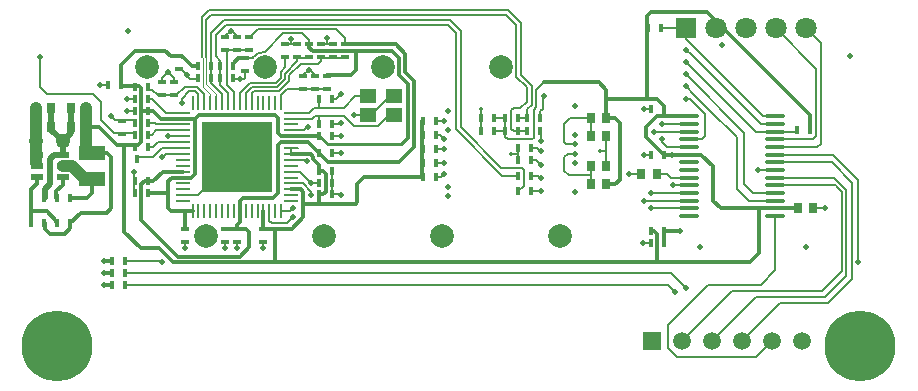
<source format=gbl>
G04*
G04 #@! TF.GenerationSoftware,Altium Limited,Altium Designer,22.8.2 (66)*
G04*
G04 Layer_Physical_Order=4*
G04 Layer_Color=16711680*
%FSLAX44Y44*%
%MOMM*%
G71*
G04*
G04 #@! TF.SameCoordinates,69D5640E-4D3D-4872-97FD-B36DD4CC5FE0*
G04*
G04*
G04 #@! TF.FilePolarity,Positive*
G04*
G01*
G75*
%ADD10C,0.2500*%
%ADD11C,0.2000*%
%ADD12C,0.3000*%
%ADD35C,1.0000*%
%ADD36C,2.0000*%
%ADD37C,1.5000*%
%ADD38R,1.8000X1.8000*%
%ADD39C,1.8000*%
%ADD40R,1.5000X1.5000*%
%ADD41C,6.0000*%
%ADD42C,0.3500*%
%ADD43C,0.5000*%
%ADD44C,1.2700*%
%ADD55R,0.4000X0.8000*%
%ADD56R,0.8000X0.4000*%
%ADD57R,2.2200X1.2300*%
%ADD58R,0.7000X0.9500*%
%ADD59O,1.6500X0.4000*%
%ADD60O,0.2500X1.3000*%
%ADD61O,1.3000X0.2500*%
%ADD62R,6.0000X6.0000*%
%ADD63R,1.4000X1.2000*%
%ADD64R,1.0000X0.5500*%
%ADD65C,0.1000*%
%ADD66C,0.5000*%
D10*
X943936Y884682D02*
X1006602D01*
X937840Y890778D02*
X943936Y884682D01*
D11*
X890580Y962990D02*
G03*
X880552Y958263I0J-13000D01*
G01*
X1105320Y876721D02*
Y881888D01*
Y871554D02*
Y876721D01*
X1099312Y876808D02*
X1099399Y876721D01*
X1105320D01*
X1073746Y907288D02*
Y914488D01*
Y895858D02*
Y907288D01*
X913050Y871540D02*
X925002D01*
X926084Y870458D01*
X890580Y962990D02*
X906284Y978694D01*
X880552Y958263D02*
X880552Y958263D01*
X880289Y958000D02*
X880552Y958263D01*
X780288Y861060D02*
X780380Y860968D01*
Y853440D02*
Y860968D01*
Y843280D02*
Y853190D01*
X780630Y853440D01*
X1145990Y884740D02*
X1153610D01*
X1124116Y895858D02*
X1124204Y895770D01*
Y887476D02*
Y895770D01*
X1124116Y907288D02*
Y912788D01*
X1126236Y914908D01*
Y924306D01*
X1127252Y925322D01*
X1084746Y895858D02*
X1094066D01*
X1084746Y907288D02*
X1094066D01*
Y895858D02*
Y907288D01*
Y891198D02*
Y895858D01*
Y891198D02*
X1096264Y889000D01*
X1117346D01*
X1118362Y890016D01*
Y913638D01*
X1120648Y915924D01*
Y930656D01*
X1127252Y937260D01*
X1105066Y895858D02*
X1113116D01*
X1101598D02*
X1105066D01*
X1099566Y897890D02*
X1101598Y895858D01*
X1099566Y897890D02*
Y913384D01*
X1101344Y915162D01*
X1106932D01*
X1112520Y920750D01*
Y932831D01*
X1105066Y907288D02*
X1113116D01*
Y914234D01*
X1116550Y917668D01*
X1121025Y881888D02*
X1124204Y878709D01*
X1116320Y881888D02*
X1121025D01*
X1116550Y917668D02*
Y934500D01*
X1116320Y844790D02*
X1124204D01*
X1122129Y858172D02*
X1124204Y856096D01*
X1116320Y858172D02*
X1122129D01*
X1120053Y871554D02*
X1124204Y867403D01*
X1116320Y871554D02*
X1120053D01*
X1105320Y844790D02*
X1110234Y849704D01*
Y862838D01*
X1108202Y864870D02*
X1110234Y862838D01*
X1090930Y864870D02*
X1108202D01*
X1056640Y899160D02*
X1090930Y864870D01*
X1091929Y858172D02*
X1105320D01*
X1052830Y897271D02*
X1091929Y858172D01*
X845220Y936590D02*
Y941070D01*
Y936590D02*
Y979189D01*
X927954Y947674D02*
X928370D01*
X928786D01*
X933450Y943010D01*
X923290D02*
X927954Y947674D01*
X911288Y943038D02*
X921101Y952851D01*
X936087D02*
X938530Y955294D01*
X921101Y952851D02*
X936087D01*
X938530Y955294D02*
Y957970D01*
X943610Y969220D02*
X948690D01*
X938530D02*
X943610D01*
Y974852D01*
X913130Y969220D02*
X918210D01*
X908050D02*
X913130D01*
Y973582D01*
X906284Y978694D02*
X922396D01*
X928370Y972720D01*
X951392Y982218D02*
X958850Y974760D01*
X885008Y982218D02*
X951392D01*
X878820Y976030D02*
X885008Y982218D01*
X861914Y980694D02*
X862330D01*
X857250Y976030D02*
X861914Y980694D01*
X862330D02*
X862746D01*
X867410Y976030D01*
X1047861Y989838D02*
X1056640Y981059D01*
X855869Y989838D02*
X1047861D01*
X849250Y977520D02*
X857538Y985808D01*
X845220Y979189D02*
X855869Y989838D01*
X857538Y985808D02*
X1046192D01*
X1052830Y979170D01*
X869858Y940400D02*
X869950Y940308D01*
X872998D01*
X873760Y941070D01*
X864270Y940400D02*
X869858D01*
X827750D02*
X833050D01*
X824926Y943224D02*
X827750Y940400D01*
X803910Y937930D02*
Y940562D01*
X808990Y945642D01*
X814070Y940562D01*
Y937930D02*
Y940562D01*
X764124Y904910D02*
X769620D01*
X760222Y908812D02*
X764124Y904910D01*
X769620Y904660D02*
X769870Y904910D01*
X779780D01*
X778856Y912876D02*
X780380Y914400D01*
X774446Y912876D02*
X778856D01*
X774446Y923036D02*
X778856D01*
X780380Y924560D01*
X751332Y934720D02*
X757520D01*
X954830Y842220D02*
X955040Y842010D01*
X947840Y842220D02*
X954830D01*
X947840Y852170D02*
Y862330D01*
Y842220D02*
Y852170D01*
X837438Y958596D02*
Y992124D01*
X843534Y998220D01*
X845203Y994190D02*
X1094960D01*
X841248Y990235D02*
X845203Y994190D01*
X841248Y958596D02*
Y990235D01*
X843534Y998220D02*
X1096629D01*
X873760Y941070D02*
Y947000D01*
Y958000D02*
X880289D01*
X928370Y969470D02*
Y972720D01*
X819880Y948270D02*
X824926Y943224D01*
X817880Y948270D02*
X819880D01*
X948090Y891540D02*
X955040D01*
X948090Y877570D02*
X955040D01*
X920270Y861540D02*
X929640Y852170D01*
X913050Y861540D02*
X920270D01*
X929640Y852170D02*
X936840D01*
X795020Y923290D02*
X806770Y911540D01*
X791630Y923290D02*
X795020D01*
X797560Y902970D02*
X798990Y901540D01*
X791630Y902970D02*
X797560D01*
X798990Y901540D02*
X821050D01*
X791630Y892810D02*
X795020D01*
X798850Y896640D01*
X791630Y882650D02*
X796290D01*
X800041Y886401D01*
X806770Y911540D02*
X821050D01*
X795516Y931084D02*
X800170Y926430D01*
X792630Y931084D02*
X795516D01*
X791630Y932084D02*
X792630Y931084D01*
X791630Y932084D02*
Y933450D01*
X800170Y926430D02*
X803910D01*
X791630Y882920D02*
X792630Y883920D01*
X791630Y882650D02*
Y882920D01*
X800041Y886401D02*
X820911D01*
X853020Y951230D02*
Y955460D01*
X849250Y959230D02*
Y977520D01*
Y959230D02*
X853020Y955460D01*
X1094960Y994190D02*
X1103630Y985520D01*
X1096629Y998220D02*
X1107660Y987189D01*
X783740Y873760D02*
X796290D01*
X782740Y872760D02*
X783740Y873760D01*
X782740Y872490D02*
Y872760D01*
X804070Y881540D02*
X821050D01*
X796290Y873760D02*
X804070Y881540D01*
X957830Y909070D02*
X966330Y900570D01*
X936523Y909070D02*
X957830D01*
X936240D02*
X936840Y908470D01*
Y901700D02*
Y908470D01*
X930670Y906540D02*
X933200Y909070D01*
X936240D01*
X954405Y901700D02*
X955040Y902335D01*
X948090Y901700D02*
X954405D01*
X986943Y900570D02*
X995693Y909320D01*
X966330Y900570D02*
X986943D01*
X913050Y906540D02*
X930670D01*
X913050Y911540D02*
X928050D01*
X932180Y915670D02*
X936590D01*
X928050Y911540D02*
X932180Y915670D01*
X936590D02*
X957580D01*
X967230Y925320D01*
X936590Y915670D02*
Y923040D01*
X936840Y923290D01*
X951230D02*
X955040Y927100D01*
X948090Y923290D02*
X951230D01*
X1144270Y886460D02*
Y901700D01*
X1149350Y906780D02*
X1166980D01*
X1144270Y901700D02*
X1149350Y906780D01*
X1144270Y886460D02*
X1145990Y884740D01*
X1166980Y858520D02*
Y866140D01*
Y850900D02*
Y858520D01*
X1147031Y876808D02*
X1153414D01*
X1144270Y874047D02*
X1147031Y876808D01*
X1144270Y862330D02*
Y874047D01*
Y862330D02*
X1148080Y858520D01*
X1166980D01*
Y850900D02*
X1166980Y850900D01*
X1056640Y899160D02*
Y981059D01*
X1052830Y897271D02*
Y979170D01*
X995693Y909320D02*
X999900D01*
X1373976Y849890D02*
X1375586Y848280D01*
X1322760Y849890D02*
X1373976D01*
X1375586Y848280D02*
X1379220Y844646D01*
Y777240D02*
Y844646D01*
X1362710Y760730D02*
X1379220Y777240D01*
X1348740Y982980D02*
X1361440Y970280D01*
Y885190D02*
Y970280D01*
X1358640Y882390D02*
X1361440Y885190D01*
X1323340Y982980D02*
X1357630Y948690D01*
Y891540D02*
Y948690D01*
X1354980Y888890D02*
X1357630Y891540D01*
X1179980Y878840D02*
Y891540D01*
Y866140D02*
Y878840D01*
X1174750D02*
X1179980D01*
X1388110Y770890D02*
Y852170D01*
X1355240Y830580D02*
X1365250D01*
X1286520Y760730D02*
X1362710D01*
X1383030Y773430D02*
Y845820D01*
X1365250Y755650D02*
X1383030Y773430D01*
X1372460Y856390D02*
X1383030Y845820D01*
X1367790Y750570D02*
X1388110Y770890D01*
X1370890Y869390D02*
X1388110Y852170D01*
X1393190Y784860D02*
Y854710D01*
X1372010Y875890D02*
X1393190Y854710D01*
X1166980Y891540D02*
X1166980Y891540D01*
Y906780D01*
X1198880Y859536D02*
X1209398D01*
X1234284Y856390D02*
X1250260D01*
X1231138Y859536D02*
X1234284Y856390D01*
X1222398Y859536D02*
X1231138D01*
X798850Y896640D02*
X820950D01*
X1220470Y895096D02*
X1220764Y895390D01*
X1228130D01*
X1261034Y912698D02*
X1263650Y910082D01*
Y891540D02*
Y910082D01*
X1247140Y923290D02*
X1250442D01*
X1261034Y912698D01*
X1254030Y926814D02*
X1267174Y913670D01*
X1290320Y890524D01*
X1247140Y933704D02*
X1254030Y926814D01*
X1290320Y847090D02*
Y890524D01*
X1247140Y944118D02*
X1296670Y894588D01*
Y850900D02*
Y894588D01*
X1306282Y895390D02*
X1322760D01*
X1247140Y954532D02*
X1306282Y895390D01*
X1246886Y964946D02*
X1247394D01*
X1252220Y960120D01*
X1234694Y775970D02*
X1247648Y763016D01*
X772830Y775970D02*
X1234694D01*
X1231900Y765810D02*
X1238250Y759460D01*
X772830Y765810D02*
X1231900D01*
X1212088Y836930D02*
X1250220D01*
X924226Y896540D02*
X927354Y899668D01*
X913050Y896540D02*
X924226D01*
X929640Y842010D02*
Y844634D01*
X922734Y851540D02*
X929640Y844634D01*
X913050Y851540D02*
X922734D01*
X1322760Y869390D02*
X1370890D01*
X1231900Y731520D02*
X1266190Y765810D01*
X1310640D01*
X1322760Y777930D01*
Y823890D01*
X1243970Y718180D02*
X1286520Y760730D01*
X1269370Y718180D02*
X1306840Y755650D01*
X1365250D01*
X1231900Y712470D02*
Y731520D01*
X1322760Y856390D02*
X1372460D01*
X1322760Y875890D02*
X1372010D01*
X1312840Y908390D02*
X1322760D01*
X1247140Y974090D02*
Y982980D01*
Y974090D02*
X1312840Y908390D01*
X1322760Y888890D02*
X1354980D01*
X1322760Y882390D02*
X1358640D01*
X1319234Y742644D02*
X1327160Y750570D01*
X1367790D01*
X802640Y786130D02*
X803910Y784860D01*
X772830Y786130D02*
X802640D01*
X1239520Y704850D02*
X1306840D01*
X1320170Y718180D01*
X1231900Y712470D02*
X1239520Y704850D01*
X958850Y969470D02*
Y974760D01*
X867410Y964530D02*
X877570D01*
X858520Y964550D02*
X867410D01*
X857250Y964530D02*
X858020D01*
X858520Y934720D02*
Y964030D01*
X858020Y964530D02*
X858520Y964030D01*
Y934720D02*
X864550Y928690D01*
Y920040D02*
Y928690D01*
X1252220Y960120D02*
X1310450Y901890D01*
X1322760D01*
X1103630Y941721D02*
Y985520D01*
X1107660Y943390D02*
Y987189D01*
Y943390D02*
X1116550Y934500D01*
X1103630Y941721D02*
X1112520Y932831D01*
X1226820Y886460D02*
Y889000D01*
Y886460D02*
X1230890Y882390D01*
X833050Y940400D02*
X833720Y941070D01*
X867100Y796710D02*
Y801790D01*
X856940Y796710D02*
Y801790D01*
X889550Y796710D02*
Y801790D01*
X996900Y925320D02*
X999900D01*
X980900Y909320D02*
X996900Y925320D01*
X977900Y909320D02*
X980900D01*
X966470D02*
X977900D01*
X1308660Y862890D02*
X1322760D01*
X806690Y876540D02*
X821050D01*
X803910Y873760D02*
X806690Y876540D01*
X856050Y863040D02*
X867050Y874040D01*
X845050Y852040D02*
X856050Y863040D01*
X834550Y841540D02*
X845050Y852040D01*
X821050Y841540D02*
X834550D01*
X822960Y796890D02*
Y801970D01*
X1226820Y901890D02*
X1250260D01*
X1226630D02*
X1226820D01*
X1235970Y849890D02*
X1250260D01*
X1339820Y895390D02*
X1341050Y896620D01*
X1322760Y895390D02*
X1339820D01*
X1261000Y888890D02*
X1263650Y891540D01*
X1250260Y888890D02*
X1261000D01*
X1230890Y882390D02*
X1250260D01*
X1228090Y895350D02*
X1228130Y895390D01*
X1228090D02*
X1250220D01*
Y895350D02*
X1250260Y895390D01*
X1304180Y843390D02*
X1322760D01*
X1296670Y850900D02*
X1304180Y843390D01*
X1300520Y836890D02*
X1322760D01*
X1290320Y847090D02*
X1300520Y836890D01*
X1212180Y914400D02*
X1217260D01*
X1212180Y875890D02*
X1217260D01*
X1218040Y843390D02*
X1250260D01*
X1217930Y830580D02*
X1218120Y830390D01*
X1250260D01*
X1250220Y836930D02*
X1250260Y836890D01*
X820420Y919480D02*
Y923290D01*
X826770Y929640D01*
X831850D01*
X834550Y926940D01*
Y920040D02*
Y926940D01*
X1210570Y801110D02*
X1217260D01*
X808990Y891540D02*
X821050D01*
X911860Y828040D02*
X914400Y830580D01*
X904550Y828040D02*
X911860D01*
X909320Y817880D02*
X914400Y822960D01*
X896620Y817880D02*
X909320D01*
X894550Y819950D02*
X896620Y817880D01*
X894550Y819950D02*
Y828040D01*
X1314756Y738166D02*
X1319234Y742644D01*
X1294770Y718180D02*
X1314756Y738166D01*
X1226220Y982980D02*
X1247140D01*
X700182Y933038D02*
X706120Y927100D01*
X700182Y933038D02*
Y958850D01*
X745490Y927100D02*
X751840Y920750D01*
X706120Y927100D02*
X745490D01*
X763270Y894080D02*
X780380D01*
X751840Y905510D02*
Y920750D01*
Y905510D02*
X763270Y894080D01*
X918210Y954944D02*
Y957970D01*
X907764Y944498D02*
X918210Y954944D01*
X907764Y939610D02*
Y944498D01*
X901318Y933164D02*
X907764Y939610D01*
X879824Y933164D02*
X901318D01*
X874550Y927890D02*
X879824Y933164D01*
X874550Y920040D02*
Y927890D01*
X908050Y949767D02*
Y957970D01*
X904240Y945957D02*
X908050Y949767D01*
X904240Y941070D02*
Y945957D01*
X899858Y936688D02*
X904240Y941070D01*
X878268Y936688D02*
X899858D01*
X869646Y928066D02*
X878268Y936688D01*
X869646Y920136D02*
Y928066D01*
X869550Y920040D02*
X869646Y920136D01*
X911288Y938151D02*
Y943038D01*
X902777Y929640D02*
X911288Y938151D01*
X881380Y929640D02*
X902777D01*
X879550Y927810D02*
X881380Y929640D01*
X879550Y920040D02*
Y927810D01*
X923290Y931510D02*
X943610D01*
X909920D02*
X923290D01*
X904550Y926140D02*
X909920Y931510D01*
X904550Y920040D02*
Y926140D01*
X913050Y881540D02*
X919210D01*
X814070Y926430D02*
X815940D01*
X822960Y933450D01*
X833120D01*
X839550Y927020D01*
Y920040D02*
Y927020D01*
X803910Y926430D02*
X814070D01*
X1035720Y856740D02*
X1039620D01*
X1042160Y859280D01*
X913050Y876540D02*
Y881540D01*
X967230Y925320D02*
X977900D01*
X948690Y957970D02*
X958850D01*
X938530D02*
X948690D01*
X918210D02*
X928370D01*
X1035720Y904740D02*
X1042160D01*
X1038930Y892740D02*
X1042160Y889510D01*
X1035720Y892740D02*
X1038930D01*
X1035720Y880740D02*
X1042160D01*
X1035720Y868740D02*
X1042160D01*
X854550Y920040D02*
Y927260D01*
X845220Y936590D02*
X854550Y927260D01*
X859550Y920040D02*
Y927959D01*
X852480Y940780D02*
X852770Y941070D01*
X852480Y935030D02*
X859550Y927959D01*
X852770Y941070D02*
Y951230D01*
X852480Y935030D02*
Y940780D01*
D12*
X931816Y871885D02*
Y873011D01*
X936840Y862330D02*
Y866861D01*
X931816Y871885D02*
X936840Y866861D01*
X931816Y873011D02*
Y874378D01*
X929654Y876540D02*
X931816Y874378D01*
X913050Y876540D02*
X929654D01*
X1214720Y923125D02*
Y993740D01*
X1228760Y908390D02*
Y917540D01*
X1352550Y896620D02*
Y909320D01*
X943610Y943010D02*
X963330D01*
X1213612Y891038D02*
X1228760Y875890D01*
X1024220Y880740D02*
Y904740D01*
Y868740D02*
Y880740D01*
Y856740D02*
Y868740D01*
X769020Y934335D02*
Y951900D01*
X780630Y883920D02*
X783380D01*
X889550Y813290D02*
X899160D01*
X725840Y813470D02*
Y817880D01*
X704250Y813400D02*
Y817880D01*
X927620Y886540D02*
X936590Y877570D01*
X913050Y886540D02*
X927620D01*
X1127252Y937260D02*
X1173480D01*
X1179980Y930760D01*
Y923125D02*
Y930760D01*
Y906780D02*
Y923125D01*
X1214720D01*
X1006602Y884682D02*
X1012190Y890270D01*
X811110Y959270D02*
X817880D01*
X781050Y963930D02*
X806450D01*
X811110Y959270D01*
X769020Y951900D02*
X781050Y963930D01*
X829310Y951230D02*
X833720D01*
X821690Y958850D02*
X829310Y951230D01*
X817880Y959270D02*
X820000D01*
X820420Y958850D02*
X821690D01*
X820000Y959270D02*
X820420Y958850D01*
X873260Y957500D02*
X873760Y958000D01*
X868290Y957500D02*
X873260D01*
X864270Y953480D02*
X868290Y957500D01*
X936804Y834390D02*
Y842184D01*
Y834390D02*
X967740D01*
X923290D02*
X936804D01*
X967740D02*
X969010Y835660D01*
Y850900D01*
X974850Y856740D01*
X942340Y844550D02*
Y859790D01*
X936840Y842220D02*
X940010D01*
X942340Y844550D01*
X923290Y822775D02*
Y834390D01*
X939800Y862330D02*
X942340Y859790D01*
X936840Y862330D02*
X939800D01*
X1004570Y869950D02*
X1017270Y882650D01*
X936590Y877570D02*
X944210Y869950D01*
X1004570D01*
X791630Y913130D02*
X796290D01*
X802880Y906540D01*
X786130Y913130D02*
Y931970D01*
Y913130D02*
X791630D01*
X786130Y886670D02*
Y913130D01*
X783829Y934270D02*
X786130Y931970D01*
X781079Y934270D02*
X783829D01*
X780630Y934720D02*
X781079Y934270D01*
X768770Y934585D02*
Y934720D01*
Y934585D02*
X769020Y934335D01*
X780630Y933450D02*
Y933585D01*
X780130Y934085D02*
X780630Y933585D01*
X769270Y934085D02*
X780130D01*
X769020Y934335D02*
X769270Y934085D01*
X783380Y883920D02*
X786130Y886670D01*
X771320Y883920D02*
X780130D01*
X780630Y883420D01*
Y882650D02*
Y883420D01*
X725840Y817880D02*
X734730Y826770D01*
X756920D01*
X692750Y818130D02*
Y839470D01*
Y828040D02*
X706430D01*
X714340Y820130D01*
X693000Y846670D02*
X697670Y851340D01*
X693000Y839470D02*
Y846670D01*
X692750Y818130D02*
X693000Y817880D01*
X721360Y808990D02*
X725840Y813470D01*
X708660Y808990D02*
X721360D01*
X704250Y813400D02*
X708660Y808990D01*
X714340Y819130D02*
Y820130D01*
X771740Y872490D02*
Y883500D01*
X765810Y883920D02*
X771320D01*
X771740Y883500D01*
X750570Y899160D02*
X765810Y883920D01*
X739290Y899160D02*
X750570D01*
X771740Y810680D02*
X785813Y796608D01*
X771740Y810680D02*
Y872490D01*
X785813Y796608D02*
X801052D01*
X1217510Y811530D02*
X1220260D01*
X928370Y969220D02*
Y969470D01*
Y966470D02*
Y969220D01*
X801052Y796608D02*
X812800Y784860D01*
X899160D01*
X967740Y963720D02*
X998430D01*
X1004570Y957580D01*
Y943610D02*
Y957580D01*
Y943610D02*
X1012190Y935990D01*
Y890270D02*
Y935990D01*
X913050Y891540D02*
X936840D01*
X1272540Y982980D02*
X1278890D01*
X1352550Y909320D01*
X1339483Y830580D02*
X1342240D01*
X1339293Y830390D02*
X1339483Y830580D01*
X1322760Y830390D02*
X1339293D01*
X1179980Y850900D02*
X1187450D01*
X1191260Y854710D01*
Y902970D01*
X1187450Y906780D02*
X1191260Y902970D01*
X1179980Y906780D02*
X1187450D01*
X1213612Y891038D02*
Y899252D01*
X1222750Y908390D01*
X816864Y789686D02*
X869696D01*
X877570Y797560D01*
X786130Y820420D02*
X816864Y789686D01*
X1260250Y875890D02*
X1270000Y866140D01*
Y836930D02*
X1276540Y830390D01*
X1270000Y836930D02*
Y866140D01*
X1276540Y830390D02*
X1309370D01*
X1214720Y923125D02*
X1223175D01*
X1228760Y917540D01*
X1001570Y969470D02*
X1009650Y961390D01*
Y946150D02*
Y961390D01*
Y946150D02*
X1017270Y938530D01*
X958850Y969470D02*
X1001570D01*
X786130Y820420D02*
Y850690D01*
X1222750Y908390D02*
X1228760D01*
X1250260D01*
X1228760Y875890D02*
X1235710D01*
X754380Y765810D02*
X761330D01*
X754380Y775970D02*
X761330D01*
X754380Y786130D02*
X761330D01*
X877570Y797560D02*
Y810260D01*
X899160Y784860D02*
Y813290D01*
X1223010Y784860D02*
Y808780D01*
X899160Y784860D02*
X1223010D01*
X1301750D01*
X1309370Y792480D01*
X923290Y834390D02*
Y844623D01*
X913805Y813290D02*
X923290Y822775D01*
X921373Y846540D02*
X923290Y844623D01*
X913050Y846540D02*
X921373D01*
X1250260Y875890D02*
X1260250D01*
X1220260Y811530D02*
X1223010Y808780D01*
X1272540Y982980D02*
Y989330D01*
X1264920Y996950D02*
X1272540Y989330D01*
X1217930Y996950D02*
X1264920D01*
X1214720Y993740D02*
X1217930Y996950D01*
X1309370Y830390D02*
X1322760D01*
X1309370Y792480D02*
Y830390D01*
X1228760Y811530D02*
X1242060D01*
X1228760Y801110D02*
Y811530D01*
X1235710Y875890D02*
X1250260D01*
X744220Y876990D02*
X757500D01*
X760730Y873760D01*
Y830580D02*
Y873760D01*
X756920Y826770D02*
X760730Y830580D01*
X697670Y851340D02*
Y856640D01*
X744220Y843280D02*
Y855290D01*
X740410Y839470D02*
X744220Y843280D01*
X725840Y839470D02*
X740410D01*
X714340D02*
Y845150D01*
X719650Y850460D01*
Y856640D01*
X899160Y813290D02*
X913805D01*
X974850Y856740D02*
X1024220D01*
X889550Y813290D02*
Y828040D01*
X791880Y843280D02*
X808990D01*
Y853440D01*
Y830580D02*
Y843280D01*
X786130Y850690D02*
X788880Y853440D01*
X791880D01*
X796290D02*
X804390Y861540D01*
X874540Y813290D02*
X877570Y810260D01*
X867100Y813290D02*
X874540D01*
X928370Y966470D02*
X931120Y963720D01*
X967740D01*
X1017270Y882650D02*
Y938530D01*
X967740Y947420D02*
Y963720D01*
X963330Y943010D02*
X967740Y947420D01*
X901700Y843280D02*
Y883920D01*
X897890Y839470D02*
X901700Y843280D01*
X872490Y839470D02*
X897890D01*
X869550Y836530D02*
X872490Y839470D01*
X869550Y828040D02*
Y836530D01*
X822050Y828040D02*
X829550D01*
X811530D02*
X822050D01*
X822960Y827130D01*
Y813470D02*
Y827130D01*
X808990Y830580D02*
X811530Y828040D01*
X808990Y853440D02*
X812090Y856540D01*
X821050D01*
X831850Y859790D02*
Y906540D01*
X828600Y856540D02*
X831850Y859790D01*
X821050Y856540D02*
X828600D01*
X901700Y883920D02*
X904320Y886540D01*
X904240Y891540D02*
X913050D01*
X901700Y894080D02*
X904240Y891540D01*
X901700Y894080D02*
Y906780D01*
X899160Y909320D02*
X901700Y906780D01*
X834630Y909320D02*
X899160D01*
X831850Y906540D02*
X834630Y909320D01*
X821050Y906540D02*
X831850D01*
X869550Y818990D02*
Y828040D01*
X867100Y816540D02*
X869550Y818990D01*
X867100Y813290D02*
Y816540D01*
X802880Y906540D02*
X821050D01*
X804390Y861540D02*
X821050D01*
X791880Y853440D02*
X796290D01*
X856940Y813290D02*
X867100D01*
X904320Y886540D02*
X913050D01*
D35*
X739290Y899160D02*
Y915670D01*
X739290Y915670D02*
X739290Y915670D01*
X739290Y899160D02*
X739290Y899160D01*
X739290Y881920D02*
Y899160D01*
Y881920D02*
X744220Y876990D01*
X697080Y868680D02*
Y915670D01*
X738560Y855290D02*
X744220D01*
X727710Y866140D02*
X738560Y855290D01*
X719650Y866140D02*
X727710D01*
D36*
X790580Y949990D02*
D03*
X890580D02*
D03*
X990580D02*
D03*
X1090580D02*
D03*
X1040580Y807490D02*
D03*
X1140580D02*
D03*
X940580D02*
D03*
X840580D02*
D03*
D37*
X1243970Y718180D02*
D03*
X1269370D02*
D03*
X1294770D02*
D03*
X1320170D02*
D03*
X1345570D02*
D03*
D38*
X1247140Y982980D02*
D03*
D39*
X1323340D02*
D03*
X1348740D02*
D03*
X1297940D02*
D03*
X1272540D02*
D03*
D40*
X1218570Y718180D02*
D03*
D41*
X1395010Y713740D02*
D03*
X715010D02*
D03*
D42*
X1073746Y914488D02*
D03*
X1099312Y876808D02*
D03*
X1174750Y878840D02*
D03*
D43*
X926084Y870458D02*
D03*
X780288Y861060D02*
D03*
X1153610Y884740D02*
D03*
X1153414Y876808D02*
D03*
X1127252Y925322D02*
D03*
X1124204Y887476D02*
D03*
Y856096D02*
D03*
X928370Y947674D02*
D03*
X943610Y974852D02*
D03*
X913130Y973582D02*
D03*
X862330Y980694D02*
D03*
X869950Y940308D02*
D03*
X824926Y943224D02*
D03*
X808990Y945642D02*
D03*
X760222Y908812D02*
D03*
X774446Y912876D02*
D03*
Y923036D02*
D03*
X751332Y934720D02*
D03*
X955040Y891540D02*
D03*
Y877570D02*
D03*
Y902335D02*
D03*
Y927100D02*
D03*
X1365250Y830580D02*
D03*
X1198880Y859536D02*
D03*
X1220470Y895350D02*
D03*
X1247140Y964946D02*
D03*
X1247648Y763016D02*
D03*
X1238250Y759460D02*
D03*
X1212088Y836930D02*
D03*
X927354Y899668D02*
D03*
X1124204Y844790D02*
D03*
Y878709D02*
D03*
Y867403D02*
D03*
X1153610Y892740D02*
D03*
Y844740D02*
D03*
Y868740D02*
D03*
X1045550Y896740D02*
D03*
Y912740D02*
D03*
Y848740D02*
D03*
Y840740D02*
D03*
X1042160Y868740D02*
D03*
Y880740D02*
D03*
Y889510D02*
D03*
Y904740D02*
D03*
Y859280D02*
D03*
X700182Y958850D02*
D03*
X1235710Y875890D02*
D03*
X1242060Y811530D02*
D03*
X914400Y822960D02*
D03*
Y830580D02*
D03*
X808990Y891540D02*
D03*
X1210570Y801110D02*
D03*
X820420Y919480D02*
D03*
X929640Y852170D02*
D03*
Y842010D02*
D03*
X1217930Y830390D02*
D03*
X1218040Y843390D02*
D03*
X754380Y786130D02*
D03*
Y775970D02*
D03*
Y765810D02*
D03*
X1212180Y875890D02*
D03*
Y914400D02*
D03*
X1393190Y784860D02*
D03*
X1247140Y944118D02*
D03*
Y933704D02*
D03*
Y923290D02*
D03*
Y954532D02*
D03*
X1235970Y849890D02*
D03*
X1226820Y901890D02*
D03*
X1153610Y916740D02*
D03*
X822960Y796890D02*
D03*
X803910Y873760D02*
D03*
X774700Y980440D02*
D03*
X1308660Y862890D02*
D03*
X1349170Y797990D02*
D03*
X1259170D02*
D03*
X1386410Y959490D02*
D03*
X955040Y842010D02*
D03*
X966470Y909320D02*
D03*
X889550Y796710D02*
D03*
X856940D02*
D03*
X867100D02*
D03*
X1226820Y889000D02*
D03*
X1277620Y969010D02*
D03*
X803910Y784860D02*
D03*
X889050Y896040D02*
D03*
X878050D02*
D03*
X867050D02*
D03*
X856050D02*
D03*
X845050D02*
D03*
X889050Y885040D02*
D03*
X878050D02*
D03*
X867050D02*
D03*
X856050D02*
D03*
X845050D02*
D03*
X889050Y874040D02*
D03*
X878050D02*
D03*
X867050D02*
D03*
X856050D02*
D03*
X845050D02*
D03*
X889050Y863040D02*
D03*
X878050D02*
D03*
X867050D02*
D03*
X856050D02*
D03*
X845050D02*
D03*
X889050Y852040D02*
D03*
X878050D02*
D03*
X867050D02*
D03*
X856050D02*
D03*
X845050D02*
D03*
D44*
X697230Y887290D02*
D03*
X719650D02*
D03*
D55*
X704000Y817880D02*
D03*
X693000D02*
D03*
X714590D02*
D03*
X725590D02*
D03*
X693000Y839470D02*
D03*
X704000D02*
D03*
X947840Y852170D02*
D03*
X936840D02*
D03*
X761580Y775970D02*
D03*
X772580D02*
D03*
X791630Y892810D02*
D03*
X780630D02*
D03*
X761580Y765810D02*
D03*
X772580D02*
D03*
X761580Y786130D02*
D03*
X772580D02*
D03*
X1225970Y982980D02*
D03*
X1214970D02*
D03*
X791630Y923290D02*
D03*
X780630D02*
D03*
X791630Y902970D02*
D03*
X780630D02*
D03*
X782740Y872490D02*
D03*
X771740D02*
D03*
X791630Y882650D02*
D03*
X780630D02*
D03*
X833970Y941070D02*
D03*
X844970D02*
D03*
X864020D02*
D03*
X853020D02*
D03*
X1228510Y801110D02*
D03*
X1217510D02*
D03*
X1024470Y856740D02*
D03*
X1035470D02*
D03*
X1024470Y892740D02*
D03*
X1035470D02*
D03*
X1024470Y868740D02*
D03*
X1035470D02*
D03*
X1024470Y880740D02*
D03*
X1035470D02*
D03*
X844970Y951230D02*
D03*
X833970D02*
D03*
X853020D02*
D03*
X864020D02*
D03*
X1105066Y895858D02*
D03*
X1094066D02*
D03*
X1105066Y907288D02*
D03*
X1094066D02*
D03*
X1024470Y904740D02*
D03*
X1035470D02*
D03*
X1228510Y811530D02*
D03*
X1217510D02*
D03*
X1341300Y896620D02*
D03*
X1352300D02*
D03*
X791630Y933450D02*
D03*
X780630D02*
D03*
Y843280D02*
D03*
X791630D02*
D03*
Y913130D02*
D03*
X780630D02*
D03*
X1105320Y871554D02*
D03*
X1116320D02*
D03*
X1105320Y881888D02*
D03*
X1116320D02*
D03*
X1228510Y914400D02*
D03*
X1217510D02*
D03*
X725590Y839470D02*
D03*
X714590D02*
D03*
X947840Y877570D02*
D03*
X936840D02*
D03*
X780630Y853440D02*
D03*
X791630D02*
D03*
X1073746Y907288D02*
D03*
X1084746D02*
D03*
X1073746Y895858D02*
D03*
X1084746D02*
D03*
X757770Y934720D02*
D03*
X768770D02*
D03*
X936840Y901700D02*
D03*
X947840D02*
D03*
X936840Y923290D02*
D03*
X947840D02*
D03*
X936840Y842220D02*
D03*
X947840D02*
D03*
X1228510Y875890D02*
D03*
X1217510D02*
D03*
X1116320Y844790D02*
D03*
X1105320D02*
D03*
X1116320Y858172D02*
D03*
X1105320D02*
D03*
X936840Y891540D02*
D03*
X947840D02*
D03*
X936840Y862330D02*
D03*
X947840D02*
D03*
X1124116Y895858D02*
D03*
X1113116D02*
D03*
X1124116Y907288D02*
D03*
X1113116D02*
D03*
D56*
X908050Y958220D02*
D03*
Y969220D02*
D03*
X769620Y893660D02*
D03*
Y904660D02*
D03*
X928370Y969220D02*
D03*
Y958220D02*
D03*
X877570Y964780D02*
D03*
Y975780D02*
D03*
X958850Y958220D02*
D03*
Y969220D02*
D03*
X943610Y931760D02*
D03*
Y942760D02*
D03*
X822960Y802220D02*
D03*
Y813220D02*
D03*
X918210Y969220D02*
D03*
Y958220D02*
D03*
X938530Y969220D02*
D03*
Y958220D02*
D03*
X948690Y969220D02*
D03*
Y958220D02*
D03*
X857250Y975780D02*
D03*
Y964780D02*
D03*
X867410Y975780D02*
D03*
Y964780D02*
D03*
X856940Y802040D02*
D03*
Y813040D02*
D03*
X867100Y802040D02*
D03*
Y813040D02*
D03*
X923290Y942760D02*
D03*
Y931760D02*
D03*
X933450Y942760D02*
D03*
Y931760D02*
D03*
X803910Y937680D02*
D03*
Y926680D02*
D03*
X814070Y937680D02*
D03*
Y926680D02*
D03*
X889550Y802040D02*
D03*
Y813040D02*
D03*
X817880Y948270D02*
D03*
Y959270D02*
D03*
X873760Y947000D02*
D03*
Y958000D02*
D03*
D57*
X744220Y876990D02*
D03*
Y855290D02*
D03*
D58*
X726290Y915670D02*
D03*
X739290D02*
D03*
X726290Y899160D02*
D03*
X739290D02*
D03*
X1355240Y830580D02*
D03*
X1342240D02*
D03*
X1179980Y866140D02*
D03*
X1166980D02*
D03*
X1179980Y891540D02*
D03*
X1166980D02*
D03*
X1222398Y859536D02*
D03*
X1209398D02*
D03*
X697080Y915670D02*
D03*
X710080D02*
D03*
X710080Y899160D02*
D03*
X697080D02*
D03*
X1179980Y906780D02*
D03*
X1166980D02*
D03*
X1179980Y850900D02*
D03*
X1166980D02*
D03*
D59*
X1322760Y875890D02*
D03*
Y862890D02*
D03*
Y830390D02*
D03*
X1250260Y908390D02*
D03*
Y901890D02*
D03*
Y875890D02*
D03*
Y869390D02*
D03*
Y862890D02*
D03*
Y856390D02*
D03*
Y849890D02*
D03*
Y823890D02*
D03*
X1322760Y882390D02*
D03*
Y888890D02*
D03*
Y908390D02*
D03*
Y823890D02*
D03*
Y869390D02*
D03*
Y856390D02*
D03*
Y849890D02*
D03*
Y895390D02*
D03*
X1250260Y888890D02*
D03*
X1322760Y836890D02*
D03*
Y843390D02*
D03*
X1250260D02*
D03*
X1322760Y901890D02*
D03*
X1250260Y895390D02*
D03*
Y836890D02*
D03*
Y882390D02*
D03*
Y830390D02*
D03*
D60*
X844550Y920040D02*
D03*
X849550D02*
D03*
X889550Y828040D02*
D03*
X884550D02*
D03*
X879550D02*
D03*
X874550D02*
D03*
X869550D02*
D03*
X864550D02*
D03*
X859550D02*
D03*
X854550D02*
D03*
X849550D02*
D03*
X844550D02*
D03*
X839550D02*
D03*
X834550D02*
D03*
X829550D02*
D03*
Y920040D02*
D03*
X839550D02*
D03*
X864550D02*
D03*
X869550D02*
D03*
X874550D02*
D03*
X879550D02*
D03*
X884550D02*
D03*
X889550D02*
D03*
X894550D02*
D03*
X899550D02*
D03*
X904550D02*
D03*
X859550D02*
D03*
X854550D02*
D03*
X834550D02*
D03*
X894550Y828040D02*
D03*
X904550D02*
D03*
X899550D02*
D03*
D61*
X913050Y911540D02*
D03*
Y906540D02*
D03*
Y901540D02*
D03*
Y896540D02*
D03*
Y891540D02*
D03*
Y886540D02*
D03*
Y881540D02*
D03*
Y876540D02*
D03*
Y866540D02*
D03*
Y856540D02*
D03*
Y846540D02*
D03*
Y841540D02*
D03*
Y836540D02*
D03*
X821050D02*
D03*
Y841540D02*
D03*
Y846540D02*
D03*
Y851540D02*
D03*
Y856540D02*
D03*
Y861540D02*
D03*
Y866540D02*
D03*
Y871540D02*
D03*
Y876540D02*
D03*
Y881540D02*
D03*
Y886540D02*
D03*
Y896540D02*
D03*
Y901540D02*
D03*
Y906540D02*
D03*
Y911540D02*
D03*
Y891540D02*
D03*
X913050Y851540D02*
D03*
Y861540D02*
D03*
Y871540D02*
D03*
D62*
X867050Y874040D02*
D03*
D63*
X977900Y909320D02*
D03*
Y925320D02*
D03*
X999900Y909320D02*
D03*
Y925320D02*
D03*
D64*
X719650Y856640D02*
D03*
Y866140D02*
D03*
Y875640D02*
D03*
X697670D02*
D03*
Y866140D02*
D03*
Y856640D02*
D03*
D65*
X837438Y958596D02*
X838200Y957834D01*
Y933450D02*
Y957834D01*
Y933450D02*
X844550Y927100D01*
X840730Y958078D02*
X841248Y958596D01*
X840730Y935746D02*
Y958078D01*
Y935746D02*
X849550Y926926D01*
Y920040D02*
Y926926D01*
X844550Y920040D02*
Y927100D01*
D66*
X726290Y899160D02*
Y915670D01*
X726290Y915670D02*
X726290Y915670D01*
X726290Y893930D02*
Y899160D01*
X726290Y899160D01*
X719650Y887290D02*
X726290Y893930D01*
X710080Y896860D02*
Y915670D01*
Y896860D02*
X719650Y887290D01*
Y875640D02*
Y887290D01*
X711810Y875640D02*
X719650D01*
X708660Y872490D02*
X711810Y875640D01*
X708660Y851140D02*
Y872490D01*
X704250Y846730D02*
X708660Y851140D01*
X704250Y839470D02*
Y846730D01*
M02*

</source>
